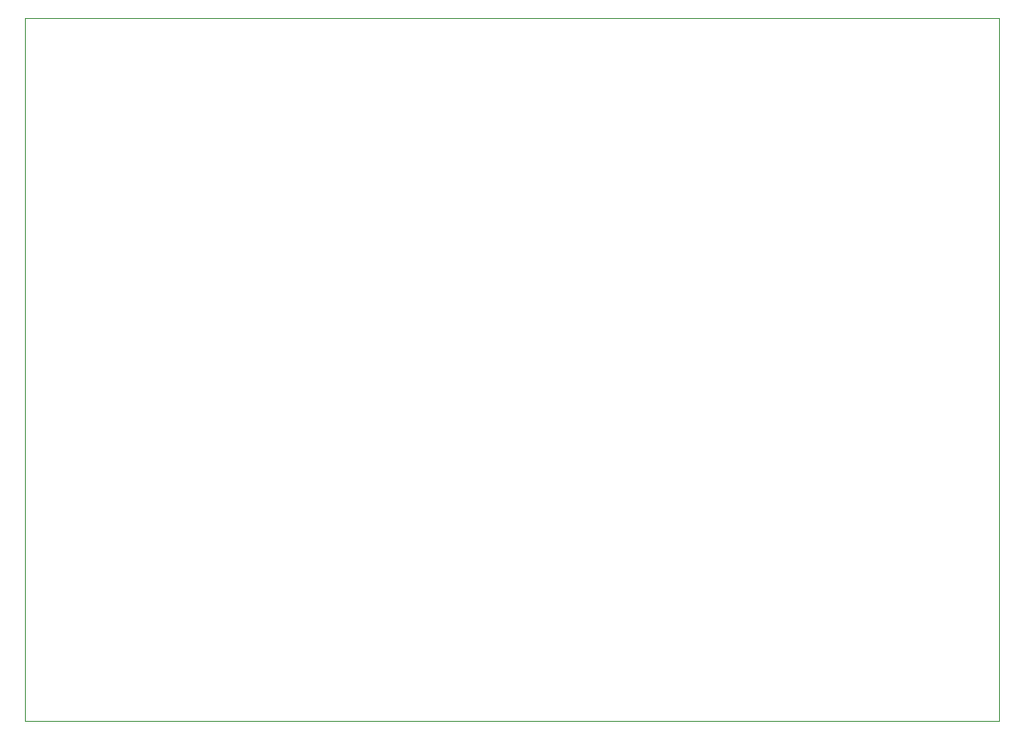
<source format=gbr>
G04 #@! TF.GenerationSoftware,KiCad,Pcbnew,(5.1.5)-3*
G04 #@! TF.CreationDate,2020-08-26T15:35:28+02:00*
G04 #@! TF.ProjectId,SA-ADC,53412d41-4443-42e6-9b69-6361645f7063,v0.3*
G04 #@! TF.SameCoordinates,Original*
G04 #@! TF.FileFunction,Profile,NP*
%FSLAX46Y46*%
G04 Gerber Fmt 4.6, Leading zero omitted, Abs format (unit mm)*
G04 Created by KiCad (PCBNEW (5.1.5)-3) date 2020-08-26 15:35:28*
%MOMM*%
%LPD*%
G04 APERTURE LIST*
%ADD10C,0.050000*%
G04 APERTURE END LIST*
D10*
X190500000Y-115570000D02*
X94615000Y-115570000D01*
X190500000Y-46355000D02*
X190500000Y-115570000D01*
X94615000Y-46355000D02*
X190500000Y-46355000D01*
X94615000Y-115570000D02*
X94615000Y-46355000D01*
M02*

</source>
